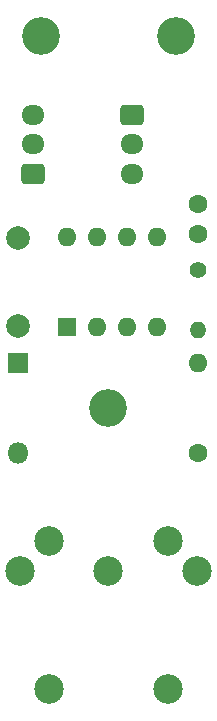
<source format=gbr>
%TF.GenerationSoftware,KiCad,Pcbnew,6.0.8-f2edbf62ab~116~ubuntu20.04.1*%
%TF.CreationDate,2022-11-14T20:45:06+01:00*%
%TF.ProjectId,MIDI_IN,4d494449-5f49-44e2-9e6b-696361645f70,rev?*%
%TF.SameCoordinates,Original*%
%TF.FileFunction,Soldermask,Top*%
%TF.FilePolarity,Negative*%
%FSLAX46Y46*%
G04 Gerber Fmt 4.6, Leading zero omitted, Abs format (unit mm)*
G04 Created by KiCad (PCBNEW 6.0.8-f2edbf62ab~116~ubuntu20.04.1) date 2022-11-14 20:45:06*
%MOMM*%
%LPD*%
G01*
G04 APERTURE LIST*
G04 Aperture macros list*
%AMRoundRect*
0 Rectangle with rounded corners*
0 $1 Rounding radius*
0 $2 $3 $4 $5 $6 $7 $8 $9 X,Y pos of 4 corners*
0 Add a 4 corners polygon primitive as box body*
4,1,4,$2,$3,$4,$5,$6,$7,$8,$9,$2,$3,0*
0 Add four circle primitives for the rounded corners*
1,1,$1+$1,$2,$3*
1,1,$1+$1,$4,$5*
1,1,$1+$1,$6,$7*
1,1,$1+$1,$8,$9*
0 Add four rect primitives between the rounded corners*
20,1,$1+$1,$2,$3,$4,$5,0*
20,1,$1+$1,$4,$5,$6,$7,0*
20,1,$1+$1,$6,$7,$8,$9,0*
20,1,$1+$1,$8,$9,$2,$3,0*%
G04 Aperture macros list end*
%ADD10C,1.400000*%
%ADD11O,1.400000X1.400000*%
%ADD12C,3.200000*%
%ADD13R,1.600000X1.600000*%
%ADD14O,1.600000X1.600000*%
%ADD15RoundRect,0.250000X-0.725000X0.600000X-0.725000X-0.600000X0.725000X-0.600000X0.725000X0.600000X0*%
%ADD16O,1.950000X1.700000*%
%ADD17C,1.600000*%
%ADD18C,2.499360*%
%ADD19RoundRect,0.250000X0.725000X-0.600000X0.725000X0.600000X-0.725000X0.600000X-0.725000X-0.600000X0*%
%ADD20C,2.000000*%
%ADD21R,1.800000X1.800000*%
%ADD22O,1.800000X1.800000*%
G04 APERTURE END LIST*
D10*
%TO.C,R2*%
X109203000Y-93432000D03*
D11*
X109203000Y-98512000D03*
%TD*%
D12*
%TO.C,REF\u002A\u002A*%
X95869000Y-73629549D03*
%TD*%
D13*
%TO.C,U1*%
X98054000Y-98289000D03*
D14*
X100594000Y-98289000D03*
X103134000Y-98289000D03*
X105674000Y-98289000D03*
X105674000Y-90669000D03*
X103134000Y-90669000D03*
X100594000Y-90669000D03*
X98054000Y-90669000D03*
%TD*%
D15*
%TO.C,J3*%
X103598200Y-80304000D03*
D16*
X103598200Y-82804000D03*
X103598200Y-85304000D03*
%TD*%
D17*
%TO.C,R1*%
X109203000Y-108966000D03*
D14*
X109203000Y-101346000D03*
%TD*%
D18*
%TO.C,J1*%
X96598740Y-128917700D03*
X106601260Y-128917700D03*
X109098080Y-118922800D03*
X101600000Y-118920260D03*
X94101920Y-118922800D03*
X106596180Y-116420900D03*
X96603820Y-116420900D03*
%TD*%
D19*
%TO.C,J2*%
X95233000Y-85304000D03*
D16*
X95233000Y-82804000D03*
X95233000Y-80304000D03*
%TD*%
D20*
%TO.C,C2*%
X93963000Y-98198000D03*
X93963000Y-90698000D03*
%TD*%
D12*
%TO.C,REF\u002A\u002A*%
X107331000Y-73629549D03*
%TD*%
D21*
%TO.C,D1*%
X93980000Y-101346000D03*
D22*
X93980000Y-108966000D03*
%TD*%
D12*
%TO.C,REF\u002A\u002A*%
X101587026Y-105156000D03*
%TD*%
D17*
%TO.C,C1*%
X109203000Y-90384000D03*
X109203000Y-87884000D03*
%TD*%
M02*

</source>
